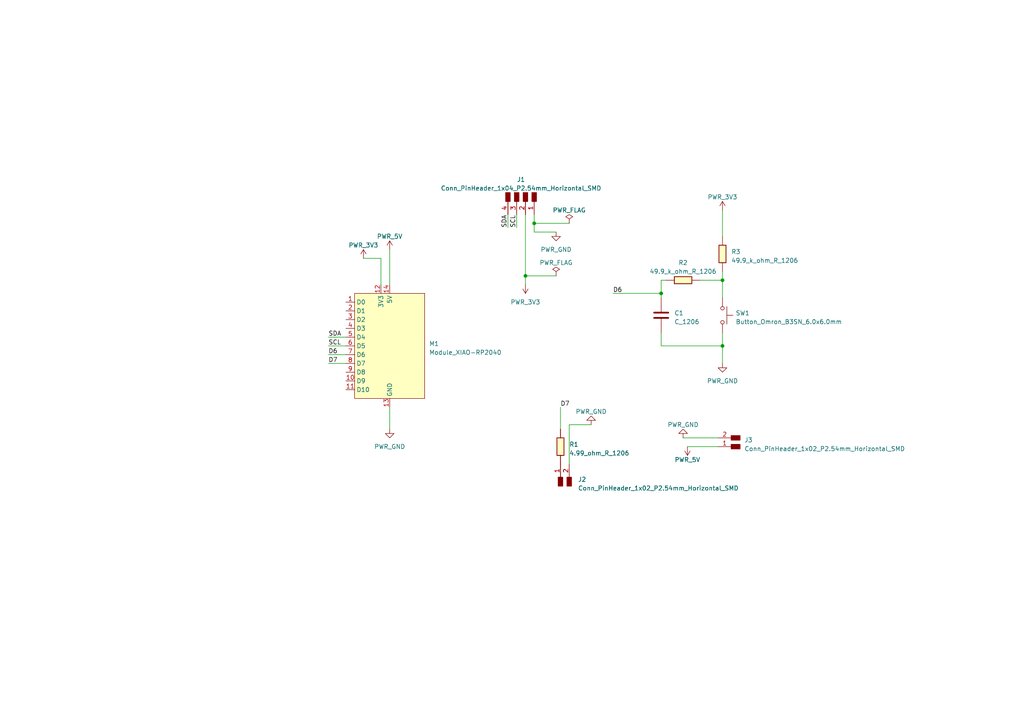
<source format=kicad_sch>
(kicad_sch (version 20230121) (generator eeschema)
  (paper "A4")
  (lib_symbols
    (symbol "fab:Button_Omron_B3SN_6.0x6.0mm" (pin_numbers hide) (pin_names (offset 1.016) hide)
      (property "Reference" "SW" (at 1.27 2.54 0))
      (property "Value" "Button_Omron_B3SN_6.0x6.0mm" (at 0 -1.524 0))
      (symbol "Button_Omron_B3SN_6.0x6.0mm_0_1"
        (circle (center -2.032 0) (radius 0.508))
        (polyline (pts (xy 0 1.27) (xy 0 3.048)))
        (polyline (pts (xy 2.54 1.27) (xy -2.54 1.27)))
        (circle (center 2.032 0) (radius 0.508))
        (pin passive line (at -5.08 0 0) (length 2.54) (name "1") (number "1"))
        (pin passive line (at 5.08 0 180) (length 2.54) (name "2") (number "2"))
      )
    )
    (symbol "fab:C_1206" (pin_numbers hide)
      (property "Reference" "C" (at 0.635 2.54 0))
      (property "Value" "C_1206" (at 0.635 -2.54 0))
      (symbol "C_1206_0_1"
        (polyline (pts (xy -2.032 -0.762) (xy 2.032 -0.762)) (stroke (width 0.508)))
        (polyline (pts (xy -2.032 0.762) (xy 2.032 0.762)) (stroke (width 0.508)))
        (polyline (pts (xy 0 -0.635) (xy 0 -2.54)))
        (polyline (pts (xy 0 0.635) (xy 0 2.54)))
      )
      (symbol "C_1206_1_1"
        (pin passive line (at 0 5.08 270) (length 2.54) (name "~") (number "1"))
        (pin passive line (at 0 -5.08 90) (length 2.54) (name "~") (number "2"))
      )
    )
    (symbol "fab:Conn_PinHeader_1x02_P2.54mm_Horizontal_SMD" (pin_names hide)
      (property "Reference" "J" (at 0 2.54 0))
      (property "Value" "Conn_PinHeader_1x02_P2.54mm_Horizontal_SMD" (at 0 -5.08 0))
      (symbol "Conn_PinHeader_1x02_P2.54mm_Horizontal_SMD_1_1"
        (rectangle (start -1.27 -1.905) (end 1.27 -3.175) (stroke (width 0.254)) (fill (type outline)))
        (rectangle (start -1.27 0.635) (end 1.27 -0.635) (stroke (width 0.254)) (fill (type outline)))
        (pin passive line (at 5.08 0 180) (length 3.81) (name "Pin_1") (number "1"))
        (pin passive line (at 5.08 -2.54 180) (length 3.81) (name "Pin_2") (number "2"))
      )
    )
    (symbol "fab:Conn_PinHeader_1x04_P2.54mm_Horizontal_SMD" (pin_names hide)
      (property "Reference" "J" (at 0 5.08 0))
      (property "Value" "Conn_PinHeader_1x04_P2.54mm_Horizontal_SMD" (at 0 -7.62 0))
      (symbol "Conn_PinHeader_1x04_P2.54mm_Horizontal_SMD_1_1"
        (rectangle (start -1.27 -4.445) (end 1.27 -5.715) (stroke (width 0.254)) (fill (type outline)))
        (rectangle (start -1.27 -1.905) (end 1.27 -3.175) (stroke (width 0.254)) (fill (type outline)))
        (rectangle (start -1.27 0.635) (end 1.27 -0.635) (stroke (width 0.254)) (fill (type outline)))
        (rectangle (start -1.27 3.175) (end 1.27 1.905) (stroke (width 0.254)) (fill (type outline)))
        (pin passive line (at 5.08 2.54 180) (length 3.81) (name "Pin_1") (number "1"))
        (pin passive line (at 5.08 0 180) (length 3.81) (name "Pin_2") (number "2"))
        (pin passive line (at 5.08 -2.54 180) (length 3.81) (name "Pin_3") (number "3"))
        (pin passive line (at 5.08 -5.08 180) (length 3.81) (name "Pin_4") (number "4"))
      )
    )
    (symbol "fab:Module_XIAO-RP2040"
      (property "Reference" "M" (at 0 0 0))
      (property "Value" "Module_XIAO-RP2040" (at 0 2.54 0))
      (symbol "Module_XIAO-RP2040_0_1"
        (rectangle (start -10.16 15.24) (end 10.16 -15.24) (fill (type background)))
      )
      (symbol "Module_XIAO-RP2040_1_1"
        (pin bidirectional line (at -12.7 12.7 0) (length 2.54) (name "D0") (number "1"))
        (pin bidirectional line (at -12.7 -10.16 0) (length 2.54) (name "D9") (number "10"))
        (pin bidirectional line (at -12.7 -12.7 0) (length 2.54) (name "D10") (number "11"))
        (pin power_in line (at -2.54 17.78 270) (length 2.54) (name "3V3") (number "12"))
        (pin power_in line (at 0 -17.78 90) (length 2.54) (name "GND") (number "13"))
        (pin power_in line (at 0 17.78 270) (length 2.54) (name "5V") (number "14"))
        (pin bidirectional line (at -12.7 10.16 0) (length 2.54) (name "D1") (number "2"))
        (pin bidirectional line (at -12.7 7.62 0) (length 2.54) (name "D2") (number "3"))
        (pin bidirectional line (at -12.7 5.08 0) (length 2.54) (name "D3") (number "4"))
        (pin bidirectional line (at -12.7 2.54 0) (length 2.54) (name "D4") (number "5"))
        (pin bidirectional line (at -12.7 0 0) (length 2.54) (name "D5") (number "6"))
        (pin bidirectional line (at -12.7 -2.54 0) (length 2.54) (name "D6") (number "7"))
        (pin bidirectional line (at -12.7 -5.08 0) (length 2.54) (name "D7") (number "8"))
        (pin bidirectional line (at -12.7 -7.62 0) (length 2.54) (name "D8") (number "9"))
      )
    )
    (symbol "fab:PWR_3V3" (power) (pin_names (offset 0))
      (property "Value" "PWR_3V3" (at 0 3.556 0))
      (symbol "PWR_3V3_0_1"
        (polyline (pts (xy -0.762 1.27) (xy 0 2.54)))
        (polyline (pts (xy 0 0) (xy 0 2.54)))
        (polyline (pts (xy 0 2.54) (xy 0.762 1.27)))
      )
      (symbol "PWR_3V3_1_1"
        (pin power_in line (at 0 0 90) (length 0) hide (name "PWR_3V3") (number "1"))
      )
    )
    (symbol "fab:PWR_5V" (power) (pin_names (offset 0))
      (property "Value" "PWR_5V" (at 0 3.556 0))
      (symbol "PWR_5V_0_1"
        (polyline (pts (xy -0.762 1.27) (xy 0 2.54)))
        (polyline (pts (xy 0 0) (xy 0 2.54)))
        (polyline (pts (xy 0 2.54) (xy 0.762 1.27)))
      )
      (symbol "PWR_5V_1_1"
        (pin power_in line (at 0 0 90) (length 0) hide (name "PWR_5V") (number "1"))
      )
    )
    (symbol "fab:PWR_FLAG" (power) (pin_numbers hide) (pin_names (offset 0) hide)
      (property "Value" "PWR_FLAG" (at 0 3.81 0))
      (symbol "PWR_FLAG_0_0"
        (pin power_out line (at 0 0 90) (length 0) (name "PWR_FLAG") (number "1"))
      )
      (symbol "PWR_FLAG_0_1"
        (polyline (pts (xy 0 0) (xy 0 1.27) (xy -1.016 1.905) (xy 0 2.54) (xy 1.016 1.905) (xy 0 1.27)))
      )
    )
    (symbol "fab:PWR_GND" (power) (pin_names (offset 0))
      (property "Value" "PWR_GND" (at 0 -3.81 0))
      (symbol "PWR_GND_0_1"
        (polyline (pts (xy 0 0) (xy 0 -1.27) (xy 1.27 -1.27) (xy 0 -2.54) (xy -1.27 -1.27) (xy 0 -1.27)))
      )
      (symbol "PWR_GND_1_1"
        (pin power_in line (at 0 0 270) (length 0) hide (name "PWR_GND") (number "1"))
      )
    )
    (symbol "fab:R_1206" (pin_numbers hide) (pin_names (offset 0))
      (property "Reference" "R" (at 2.54 0 90))
      (property "Value" "R_1206" (at -2.54 0 90))
      (symbol "R_1206_0_1"
        (rectangle (start -1.016 -2.54) (end 1.016 2.54) (stroke (width 0.254)) (fill (type background)))
      )
      (symbol "R_1206_1_1"
        (pin passive line (at 0 5.08 270) (length 2.54) (name "~") (number "1"))
        (pin passive line (at 0 -5.08 90) (length 2.54) (name "~") (number "2"))
      )
    )
  )
  (junction (at 209.55 81.28))
  (junction (at 191.77 85.09))
  (junction (at 209.55 100.33))
  (junction (at 152.4 80.01))
  (junction (at 154.94 64.77))
  (wire (pts (xy 193.04 81.28) (xy 191.77 81.28)))
  (wire (pts (xy 177.8 85.09) (xy 191.77 85.09)))
  (wire (pts (xy 191.77 81.28) (xy 191.77 85.09)))
  (wire (pts (xy 149.86 62.23) (xy 149.86 66.04)))
  (wire (pts (xy 209.55 60.96) (xy 209.55 68.58)))
  (wire (pts (xy 152.4 80.01) (xy 152.4 82.55)))
  (wire (pts (xy 191.77 85.09) (xy 191.77 86.36)))
  (wire (pts (xy 165.1 134.62) (xy 165.1 123.19)))
  (wire (pts (xy 152.4 62.23) (xy 152.4 80.01)))
  (wire (pts (xy 191.77 96.52) (xy 191.77 100.33)))
  (wire (pts (xy 152.4 80.01) (xy 161.29 80.01)))
  (wire (pts (xy 209.55 96.52) (xy 209.55 100.33)))
  (wire (pts (xy 95.25 105.41) (xy 100.33 105.41)))
  (wire (pts (xy 95.25 97.79) (xy 100.33 97.79)))
  (wire (pts (xy 162.56 118.11) (xy 162.56 124.46)))
  (wire (pts (xy 154.94 62.23) (xy 154.94 64.77)))
  (wire (pts (xy 113.03 118.11) (xy 113.03 124.46)))
  (wire (pts (xy 113.03 72.39) (xy 113.03 82.55)))
  (wire (pts (xy 165.1 64.77) (xy 154.94 64.77)))
  (wire (pts (xy 191.77 100.33) (xy 209.55 100.33)))
  (wire (pts (xy 198.12 127) (xy 208.28 127)))
  (wire (pts (xy 105.41 74.93) (xy 110.49 74.93)))
  (wire (pts (xy 209.55 78.74) (xy 209.55 81.28)))
  (wire (pts (xy 95.25 102.87) (xy 100.33 102.87)))
  (wire (pts (xy 154.94 64.77) (xy 154.94 67.31)))
  (wire (pts (xy 154.94 67.31) (xy 161.29 67.31)))
  (wire (pts (xy 110.49 82.55) (xy 110.49 74.93)))
  (wire (pts (xy 95.25 100.33) (xy 100.33 100.33)))
  (wire (pts (xy 209.55 81.28) (xy 209.55 86.36)))
  (wire (pts (xy 147.32 62.23) (xy 147.32 66.04)))
  (wire (pts (xy 209.55 100.33) (xy 209.55 105.41)))
  (wire (pts (xy 165.1 123.19) (xy 171.45 123.19)))
  (wire (pts (xy 199.39 129.54) (xy 208.28 129.54)))
  (wire (pts (xy 203.2 81.28) (xy 209.55 81.28)))
  (label "D6" (at 95.25 102.87 0))
  (label "D6" (at 177.8 85.09 0))
  (label "SCL" (at 149.86 66.04 90))
  (label "SDA" (at 147.32 66.04 90))
  (label "D7" (at 95.25 105.41 0))
  (label "D7" (at 162.56 118.11 0))
  (label "SDA" (at 95.25 97.79 0))
  (label "SCL" (at 95.25 100.33 0))
  (symbol (lib_id "fab:PWR_GND") (at 198.12 127 180) (unit 1)
    (property "Reference" "#PWR07" (effects hide))
    (property "Value" "PWR_GND" (at 198.12 123.19 0))
  )
  (symbol (lib_id "fab:C_1206") (at 191.77 91.44 0) (unit 1)
    (property "Reference" "C1" (at 195.58 90.805 0) (effects (justify left)))
    (property "Value" "C_1206" (at 195.58 93.345 0) (effects (justify left)))
    (property "Footprint" "fab:C_1206" (effects hide))
    (property "Datasheet" "https://www.yageo.com/upload/media/product/productsearch/datasheet/mlcc/UPY-GP_NP0_16V-to-50V_18.pdf" (effects hide))
  )
  (symbol (lib_id "fab:Conn_PinHeader_1x02_P2.54mm_Horizontal_SMD") (at 213.36 129.54 180) (unit 1)
    (property "Reference" "J3" (at 215.9 127.635 0) (effects (justify right)))
    (property "Value" "Conn_PinHeader_1x02_P2.54mm_Horizontal_SMD" (at 215.9 130.175 0) (effects (justify right)))
    (property "Footprint" "fab:PinHeader_1x02_P2.54mm_Horizontal_SMD" (effects hide))
  )
  (symbol (lib_id "fab:PWR_3V3") (at 105.41 74.93 0) (unit 1)
    (property "Reference" "#PWR01" (effects hide))
    (property "Value" "PWR_3V3" (at 105.41 71.12 0))
  )
  (symbol (lib_id "fab:PWR_3V3") (at 209.55 60.96 0) (unit 1)
    (property "Reference" "#PWR09" (effects hide))
    (property "Value" "PWR_3V3" (at 209.55 57.15 0))
  )
  (symbol (lib_id "fab:R_1206") (at 198.12 81.28 90) (unit 1)
    (property "Reference" "R2" (at 198.12 76.2 90))
    (property "Value" "49.9_k_ohm_R_1206" (at 198.12 78.74 90))
    (property "Footprint" "fab:R_1206" (effects hide))
  )
  (symbol (lib_id "fab:PWR_FLAG") (at 165.1 64.77 0) (unit 1)
    (property "Reference" "#FLG02" (effects hide))
    (property "Value" "PWR_FLAG" (at 165.1 60.96 0))
  )
  (symbol (lib_id "fab:PWR_GND") (at 113.03 124.46 0) (unit 1)
    (property "Reference" "#PWR03" (effects hide))
    (property "Value" "PWR_GND" (at 113.03 129.54 0))
  )
  (symbol (lib_id "fab:R_1206") (at 162.56 129.54 0) (unit 1)
    (property "Reference" "R1" (at 165.1 128.905 0) (effects (justify left)))
    (property "Value" "4.99_ohm_R_1206" (at 165.1 131.445 0) (effects (justify left)))
    (property "Footprint" "fab:R_1206" (effects hide))
  )
  (symbol (lib_id "fab:Conn_PinHeader_1x02_P2.54mm_Horizontal_SMD") (at 162.56 139.7 90) (unit 1)
    (property "Reference" "J2" (at 167.64 139.065 90) (effects (justify right)))
    (property "Value" "Conn_PinHeader_1x02_P2.54mm_Horizontal_SMD" (at 167.64 141.605 90) (effects (justify right)))
    (property "Footprint" "fab:PinHeader_1x02_P2.54mm_Horizontal_SMD" (effects hide))
  )
  (symbol (lib_id "fab:PWR_FLAG") (at 161.29 80.01 0) (unit 1)
    (property "Reference" "#FLG01" (effects hide))
    (property "Value" "PWR_FLAG" (at 161.29 76.2 0))
  )
  (symbol (lib_id "fab:PWR_3V3") (at 152.4 82.55 180) (unit 1)
    (property "Reference" "#PWR04" (effects hide))
    (property "Value" "PWR_3V3" (at 152.4 87.63 0))
  )
  (symbol (lib_id "fab:PWR_5V") (at 199.39 129.54 180) (unit 1)
    (property "Reference" "#PWR08" (effects hide))
    (property "Value" "PWR_5V" (at 199.39 133.35 0))
  )
  (symbol (lib_id "fab:Module_XIAO-RP2040") (at 113.03 100.33 0) (unit 1)
    (property "Reference" "M1" (at 124.46 99.695 0) (effects (justify left)))
    (property "Value" "Module_XIAO-RP2040" (at 124.46 102.235 0) (effects (justify left)))
    (property "Footprint" "fab:SeedStudio_XIAO" (effects hide))
    (property "Datasheet" "https://wiki.seeedstudio.com/XIAO-RP2040/" (effects hide))
  )
  (symbol (lib_id "fab:Conn_PinHeader_1x04_P2.54mm_Horizontal_SMD") (at 152.4 57.15 270) (unit 1)
    (property "Reference" "J1" (at 151.13 52.07 90))
    (property "Value" "Conn_PinHeader_1x04_P2.54mm_Horizontal_SMD" (at 151.13 54.61 90))
    (property "Footprint" "fab:PinHeader_1x04_P2.54mm_Horizontal_SMD" (effects hide))
  )
  (symbol (lib_id "fab:PWR_5V") (at 113.03 72.39 0) (unit 1)
    (property "Reference" "#PWR02" (effects hide))
    (property "Value" "PWR_5V" (at 113.03 68.58 0))
  )
  (symbol (lib_id "fab:Button_Omron_B3SN_6.0x6.0mm") (at 209.55 91.44 270) (unit 1)
    (property "Reference" "SW1" (at 213.36 90.805 90) (effects (justify left)))
    (property "Value" "Button_Omron_B3SN_6.0x6.0mm" (at 213.36 93.345 90) (effects (justify left)))
    (property "Footprint" "fab:Button_Omron_B3SN_6.0x6.0mm" (effects hide))
    (property "Datasheet" "https://omronfs.omron.com/en_US/ecb/products/pdf/en-b3sn.pdf" (effects hide))
  )
  (symbol (lib_id "fab:R_1206") (at 209.55 73.66 0) (unit 1)
    (property "Reference" "R3" (at 212.09 73.025 0) (effects (justify left)))
    (property "Value" "49.9_k_ohm_R_1206" (at 212.09 75.565 0) (effects (justify left)))
    (property "Footprint" "fab:R_1206" (effects hide))
  )
  (symbol (lib_id "fab:PWR_GND") (at 171.45 123.19 180) (unit 1)
    (property "Reference" "#PWR06" (effects hide))
    (property "Value" "PWR_GND" (at 171.45 119.38 0))
  )
  (symbol (lib_id "fab:PWR_GND") (at 209.55 105.41 0) (unit 1)
    (property "Reference" "#PWR010" (effects hide))
    (property "Value" "PWR_GND" (at 209.55 110.49 0))
  )
  (symbol (lib_id "fab:PWR_GND") (at 161.29 67.31 0) (unit 1)
    (property "Reference" "#PWR05" (effects hide))
    (property "Value" "PWR_GND" (at 161.29 72.39 0))
  )
)
</source>
